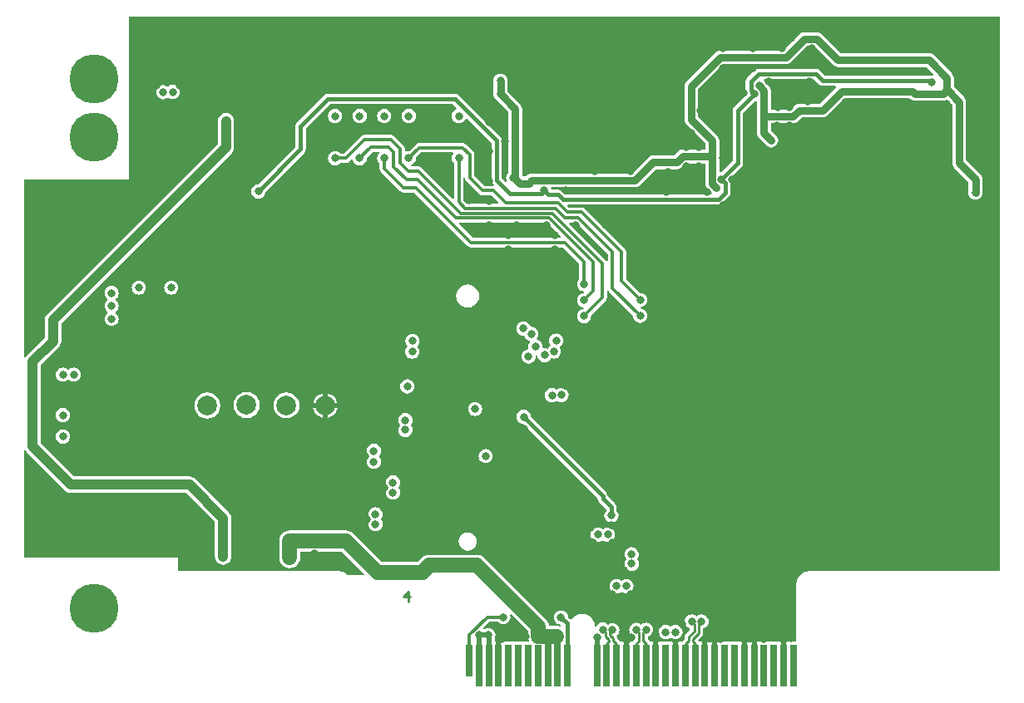
<source format=gbl>
G04*
G04 #@! TF.GenerationSoftware,Altium Limited,Altium Designer,18.1.6 (161)*
G04*
G04 Layer_Physical_Order=4*
G04 Layer_Color=16711680*
%FSLAX24Y24*%
%MOIN*%
G70*
G01*
G75*
%ADD10C,0.0098*%
%ADD18C,0.0394*%
%ADD121R,0.0276X0.1654*%
%ADD122R,0.0276X0.1260*%
%ADD124C,0.0295*%
%ADD125C,0.0126*%
%ADD126C,0.0591*%
%ADD127C,0.0157*%
%ADD129C,0.0209*%
%ADD130C,0.0102*%
%ADD133C,0.1969*%
%ADD134C,0.0551*%
%ADD135C,0.0472*%
%ADD136C,0.0787*%
%ADD137C,0.1772*%
%ADD138C,0.0315*%
%ADD142C,0.0600*%
%ADD143C,0.0276*%
G36*
X51033Y16979D02*
X43425D01*
Y16981D01*
X43284Y16962D01*
X43153Y16908D01*
X43040Y16822D01*
X42954Y16709D01*
X42900Y16578D01*
X42881Y16437D01*
X42883D01*
Y14142D01*
X42512D01*
Y14116D01*
X42480D01*
Y13189D01*
X42283D01*
Y14116D01*
X42252D01*
Y14142D01*
X41331D01*
Y14116D01*
X41299D01*
Y13189D01*
X41102D01*
Y14116D01*
X40905D01*
Y13189D01*
X40709D01*
Y14116D01*
X40677D01*
Y14142D01*
X39756D01*
Y14116D01*
X39724D01*
Y13189D01*
X39528D01*
Y14116D01*
X39331D01*
Y13189D01*
X39134D01*
Y14116D01*
X39102D01*
Y14142D01*
X39002D01*
X38966Y14195D01*
X38953Y14208D01*
X39109Y14365D01*
X39148Y14424D01*
X39162Y14493D01*
Y14684D01*
X39168Y14684D01*
X39237Y14713D01*
X39297Y14758D01*
X39342Y14818D01*
X39371Y14887D01*
X39380Y14961D01*
X39371Y15035D01*
X39342Y15104D01*
X39297Y15163D01*
X39237Y15208D01*
X39168Y15237D01*
X39094Y15247D01*
X39020Y15237D01*
X38952Y15208D01*
X38898Y15167D01*
X38844Y15208D01*
X38775Y15237D01*
X38701Y15247D01*
X38627Y15237D01*
X38558Y15208D01*
X38499Y15163D01*
X38453Y15104D01*
X38425Y15035D01*
X38415Y14961D01*
X38425Y14887D01*
X38453Y14818D01*
X38499Y14758D01*
X38558Y14713D01*
X38627Y14684D01*
X38627Y14684D01*
X38632Y14635D01*
X38465Y14468D01*
X38426Y14410D01*
X38412Y14341D01*
Y14268D01*
X38317Y14173D01*
X38296Y14142D01*
X38181D01*
Y14116D01*
X38150D01*
Y13189D01*
X37953D01*
Y14116D01*
X37921D01*
Y14142D01*
X37394D01*
Y14116D01*
X37362D01*
Y13189D01*
X37165D01*
Y14116D01*
X37134D01*
Y14142D01*
X37033D01*
X36998Y14195D01*
X36938Y14255D01*
Y14349D01*
X36944Y14350D01*
X37013Y14378D01*
X37072Y14424D01*
X37118Y14483D01*
X37146Y14552D01*
X37156Y14626D01*
X37146Y14700D01*
X37118Y14769D01*
X37072Y14828D01*
X37013Y14874D01*
X36944Y14902D01*
X36870Y14912D01*
X36796Y14902D01*
X36727Y14874D01*
X36673Y14832D01*
X36619Y14874D01*
X36550Y14902D01*
X36476Y14912D01*
X36402Y14902D01*
X36333Y14874D01*
X36274Y14828D01*
X36229Y14769D01*
X36200Y14700D01*
X36190Y14626D01*
X36200Y14552D01*
X36229Y14483D01*
X36274Y14424D01*
X36333Y14378D01*
X36402Y14350D01*
X36409Y14349D01*
Y14255D01*
X36349Y14195D01*
X36313Y14142D01*
X36213D01*
Y14116D01*
X36181D01*
Y13189D01*
X35984D01*
Y14116D01*
X35953D01*
Y14142D01*
X35852D01*
X35817Y14195D01*
X35732Y14280D01*
Y14292D01*
X35718Y14361D01*
X35697Y14393D01*
X35725Y14414D01*
X35770Y14473D01*
X35799Y14542D01*
X35809Y14616D01*
X35799Y14690D01*
X35770Y14759D01*
X35725Y14818D01*
X35666Y14864D01*
X35597Y14892D01*
X35523Y14902D01*
X35449Y14892D01*
X35380Y14864D01*
X35342Y14835D01*
X35340Y14838D01*
X35281Y14883D01*
X35212Y14912D01*
X35138Y14922D01*
X35064Y14912D01*
X34995Y14883D01*
X34936Y14838D01*
X34890Y14779D01*
X34883Y14762D01*
X34832Y14769D01*
X34817Y14880D01*
X34765Y15006D01*
X34682Y15115D01*
X34573Y15198D01*
X34447Y15250D01*
X34311Y15268D01*
X34175Y15250D01*
X34049Y15198D01*
X33940Y15115D01*
X33890Y15049D01*
X33828Y15050D01*
X33749Y15129D01*
X33741Y15192D01*
X33712Y15261D01*
X33667Y15320D01*
X33608Y15366D01*
X33539Y15394D01*
X33465Y15404D01*
X33391Y15394D01*
X33322Y15366D01*
X33262Y15320D01*
X33217Y15261D01*
X33188Y15192D01*
X33179Y15118D01*
X33188Y15044D01*
X33217Y14975D01*
X33262Y14916D01*
X33322Y14871D01*
X33391Y14842D01*
X33454Y14834D01*
X33461Y14827D01*
X33458Y14801D01*
X33405Y14769D01*
X33378Y14780D01*
X33268Y14795D01*
X32979D01*
X32969Y14864D01*
X32927Y14966D01*
X32859Y15054D01*
X30399Y17515D01*
X30311Y17582D01*
X30209Y17625D01*
X30099Y17639D01*
X28198D01*
X28088Y17625D01*
X27986Y17582D01*
X27898Y17515D01*
X27737Y17354D01*
X26288D01*
X25153Y18489D01*
X25065Y18557D01*
X24962Y18599D01*
X24852Y18614D01*
X22598D01*
X22488Y18599D01*
X22386Y18557D01*
X22298Y18489D01*
X22230Y18401D01*
X22188Y18299D01*
X22174Y18189D01*
Y17874D01*
Y17520D01*
X22188Y17410D01*
X22230Y17307D01*
X22298Y17219D01*
X22386Y17152D01*
X22488Y17109D01*
X22598Y17095D01*
X22708Y17109D01*
X22811Y17152D01*
X22899Y17219D01*
X22966Y17307D01*
X23009Y17410D01*
X23023Y17520D01*
Y17764D01*
X24676D01*
X25583Y16857D01*
X25564Y16811D01*
X24940D01*
X24932Y16822D01*
X24819Y16908D01*
X24688Y16962D01*
X24547Y16981D01*
Y16979D01*
X18157D01*
X18110Y16981D01*
X18110Y16981D01*
Y17520D01*
X11960Y17520D01*
Y21810D01*
X12010Y21820D01*
X12011Y21816D01*
X12063Y21748D01*
X13589Y20223D01*
X13656Y20171D01*
X13735Y20138D01*
X13819Y20127D01*
X18438D01*
X19596Y18969D01*
Y18406D01*
Y17992D01*
Y17559D01*
X19607Y17475D01*
X19639Y17396D01*
X19691Y17329D01*
X19758Y17277D01*
X19837Y17245D01*
X19921Y17233D01*
X20006Y17245D01*
X20084Y17277D01*
X20152Y17329D01*
X20203Y17396D01*
X20236Y17475D01*
X20247Y17559D01*
Y17992D01*
Y18406D01*
Y19104D01*
X20236Y19189D01*
X20203Y19267D01*
X20152Y19335D01*
X18803Y20683D01*
X18736Y20735D01*
X18657Y20767D01*
X18573Y20778D01*
X13954D01*
X12619Y22113D01*
Y25248D01*
X13340Y25970D01*
X13392Y26037D01*
X13425Y26116D01*
X13436Y26200D01*
Y26912D01*
X20270Y33746D01*
X20321Y33814D01*
X20354Y33892D01*
X20365Y33976D01*
Y34252D01*
Y34646D01*
Y35039D01*
X20354Y35124D01*
X20321Y35202D01*
X20270Y35270D01*
X20202Y35321D01*
X20124Y35354D01*
X20039Y35365D01*
X19955Y35354D01*
X19877Y35321D01*
X19809Y35270D01*
X19757Y35202D01*
X19725Y35124D01*
X19714Y35039D01*
Y34646D01*
Y34111D01*
X12880Y27277D01*
X12828Y27210D01*
X12796Y27132D01*
X12785Y27047D01*
Y26335D01*
X12063Y25613D01*
X12011Y25546D01*
X12010Y25542D01*
X11960Y25552D01*
Y32677D01*
X16142D01*
Y39222D01*
X51033D01*
Y16979D01*
D02*
G37*
G36*
X32134Y14578D02*
Y14370D01*
X32149Y14260D01*
X32177Y14192D01*
X32144Y14142D01*
X31094D01*
Y14116D01*
X31063D01*
Y13189D01*
X30866D01*
Y14116D01*
X30835D01*
Y14142D01*
X30806D01*
Y14283D01*
X30827Y14335D01*
X30837Y14409D01*
X30827Y14483D01*
X30799Y14552D01*
X30753Y14612D01*
X30694Y14657D01*
X30625Y14686D01*
X30551Y14695D01*
X30477Y14686D01*
X30408Y14657D01*
X30402Y14652D01*
X30360Y14662D01*
X30348Y14711D01*
X30582Y14945D01*
X30942D01*
X30949Y14936D01*
X31009Y14890D01*
X31078Y14862D01*
X31152Y14852D01*
X31226Y14862D01*
X31295Y14890D01*
X31354Y14936D01*
X31399Y14995D01*
X31428Y15064D01*
X31437Y15138D01*
X31428Y15212D01*
X31426Y15215D01*
X31469Y15243D01*
X32134Y14578D01*
D02*
G37*
%LPC*%
G36*
X17904Y36488D02*
X17830Y36478D01*
X17761Y36450D01*
X17705Y36406D01*
X17663Y36439D01*
X17594Y36467D01*
X17520Y36477D01*
X17446Y36467D01*
X17377Y36439D01*
X17318Y36393D01*
X17272Y36334D01*
X17244Y36265D01*
X17234Y36191D01*
X17244Y36117D01*
X17272Y36048D01*
X17318Y35989D01*
X17377Y35943D01*
X17446Y35915D01*
X17520Y35905D01*
X17594Y35915D01*
X17663Y35943D01*
X17719Y35987D01*
X17761Y35954D01*
X17830Y35926D01*
X17904Y35916D01*
X17978Y35926D01*
X18047Y35954D01*
X18106Y36000D01*
X18151Y36059D01*
X18180Y36128D01*
X18190Y36202D01*
X18180Y36276D01*
X18151Y36345D01*
X18106Y36404D01*
X18047Y36450D01*
X17978Y36478D01*
X17904Y36488D01*
D02*
G37*
G36*
X27362Y35522D02*
X27288Y35512D01*
X27219Y35484D01*
X27160Y35438D01*
X27115Y35379D01*
X27086Y35310D01*
X27076Y35236D01*
X27086Y35162D01*
X27115Y35093D01*
X27160Y35034D01*
X27219Y34989D01*
X27288Y34960D01*
X27362Y34950D01*
X27436Y34960D01*
X27505Y34989D01*
X27564Y35034D01*
X27610Y35093D01*
X27638Y35162D01*
X27648Y35236D01*
X27638Y35310D01*
X27610Y35379D01*
X27564Y35438D01*
X27505Y35484D01*
X27436Y35512D01*
X27362Y35522D01*
D02*
G37*
G36*
X26378D02*
X26304Y35512D01*
X26235Y35484D01*
X26176Y35438D01*
X26130Y35379D01*
X26102Y35310D01*
X26092Y35236D01*
X26102Y35162D01*
X26130Y35093D01*
X26176Y35034D01*
X26235Y34989D01*
X26304Y34960D01*
X26378Y34950D01*
X26452Y34960D01*
X26521Y34989D01*
X26580Y35034D01*
X26626Y35093D01*
X26654Y35162D01*
X26664Y35236D01*
X26654Y35310D01*
X26626Y35379D01*
X26580Y35438D01*
X26521Y35484D01*
X26452Y35512D01*
X26378Y35522D01*
D02*
G37*
G36*
X25394D02*
X25320Y35512D01*
X25251Y35484D01*
X25192Y35438D01*
X25146Y35379D01*
X25118Y35310D01*
X25108Y35236D01*
X25118Y35162D01*
X25146Y35093D01*
X25192Y35034D01*
X25251Y34989D01*
X25320Y34960D01*
X25394Y34950D01*
X25468Y34960D01*
X25537Y34989D01*
X25596Y35034D01*
X25641Y35093D01*
X25670Y35162D01*
X25680Y35236D01*
X25670Y35310D01*
X25641Y35379D01*
X25596Y35438D01*
X25537Y35484D01*
X25468Y35512D01*
X25394Y35522D01*
D02*
G37*
G36*
X24409D02*
X24335Y35512D01*
X24266Y35484D01*
X24207Y35438D01*
X24162Y35379D01*
X24133Y35310D01*
X24124Y35236D01*
X24133Y35162D01*
X24162Y35093D01*
X24207Y35034D01*
X24266Y34989D01*
X24335Y34960D01*
X24409Y34950D01*
X24483Y34960D01*
X24552Y34989D01*
X24612Y35034D01*
X24657Y35093D01*
X24686Y35162D01*
X24695Y35236D01*
X24686Y35310D01*
X24657Y35379D01*
X24612Y35438D01*
X24552Y35484D01*
X24483Y35512D01*
X24409Y35522D01*
D02*
G37*
G36*
X43720Y38593D02*
X43202D01*
X43131Y38584D01*
X43064Y38556D01*
X43007Y38512D01*
X42359Y37865D01*
X39843D01*
X39771Y37855D01*
X39705Y37828D01*
X39647Y37784D01*
X38493Y36630D01*
X38450Y36573D01*
X38422Y36506D01*
X38413Y36435D01*
Y35089D01*
X38422Y35017D01*
X38450Y34951D01*
X38493Y34893D01*
X38970Y34417D01*
X38970Y34417D01*
X39015Y34357D01*
X39075Y34312D01*
X39075Y34312D01*
X39249Y34138D01*
Y33888D01*
X38337D01*
X38265Y33879D01*
X38199Y33851D01*
X38141Y33807D01*
X37986Y33652D01*
X37150D01*
X37078Y33643D01*
X37012Y33615D01*
X36954Y33571D01*
X36317Y32933D01*
X32293D01*
X32222Y32924D01*
X32155Y32896D01*
X32098Y32853D01*
X32061Y32815D01*
X31935D01*
X31900Y32851D01*
Y35531D01*
X31891Y35603D01*
X31863Y35669D01*
X31819Y35727D01*
X31309Y36236D01*
Y36579D01*
X31310Y36580D01*
X31319Y36654D01*
X31310Y36728D01*
X31281Y36797D01*
X31236Y36856D01*
X31176Y36901D01*
X31107Y36930D01*
X31033Y36939D01*
X30959Y36930D01*
X30891Y36901D01*
X30831Y36856D01*
X30786Y36797D01*
X30757Y36728D01*
X30748Y36654D01*
X30757Y36580D01*
X30757Y36579D01*
Y36196D01*
X30757Y36196D01*
X30748Y36122D01*
X30757Y36048D01*
X30786Y35979D01*
X30831Y35920D01*
X30891Y35874D01*
X30891Y35874D01*
X31348Y35417D01*
Y32962D01*
X31343Y32958D01*
X31298Y32899D01*
X31269Y32830D01*
X31259Y32756D01*
X31269Y32682D01*
X31298Y32613D01*
X31256Y32589D01*
X31095Y32751D01*
Y34242D01*
X31079Y34322D01*
X31033Y34390D01*
X29348Y36075D01*
X29280Y36120D01*
X29200Y36136D01*
X24121D01*
X24041Y36120D01*
X23974Y36075D01*
X22884Y34985D01*
X22839Y34918D01*
X22823Y34838D01*
Y33996D01*
X21326Y32499D01*
X21265Y32491D01*
X21196Y32462D01*
X21136Y32417D01*
X21091Y32358D01*
X21062Y32289D01*
X21053Y32215D01*
X21062Y32141D01*
X21091Y32072D01*
X21136Y32012D01*
X21196Y31967D01*
X21265Y31938D01*
X21339Y31929D01*
X21413Y31938D01*
X21482Y31967D01*
X21541Y32012D01*
X21586Y32072D01*
X21615Y32141D01*
X21623Y32206D01*
X23179Y33762D01*
X23224Y33829D01*
X23240Y33909D01*
Y34751D01*
X24208Y35719D01*
X29114D01*
X29275Y35558D01*
X29263Y35499D01*
X29227Y35484D01*
X29168Y35438D01*
X29122Y35379D01*
X29094Y35310D01*
X29084Y35236D01*
X29094Y35162D01*
X29122Y35093D01*
X29168Y35034D01*
X29227Y34989D01*
X29296Y34960D01*
X29370Y34950D01*
X29444Y34960D01*
X29513Y34989D01*
X29572Y35034D01*
X29618Y35093D01*
X29633Y35129D01*
X29692Y35141D01*
X30677Y34156D01*
Y32664D01*
X30693Y32584D01*
X30738Y32517D01*
X30770Y32485D01*
X30760Y32453D01*
X30747Y32437D01*
X30405D01*
X29996Y32846D01*
Y33683D01*
X29981Y33756D01*
X29939Y33819D01*
X29655Y34103D01*
X29593Y34145D01*
X29519Y34159D01*
X27785D01*
X27712Y34145D01*
X27649Y34103D01*
X27374Y33828D01*
X27362Y33829D01*
X27288Y33819D01*
X27260Y33808D01*
X27209Y33841D01*
Y33918D01*
X27195Y33992D01*
X27153Y34054D01*
X26787Y34420D01*
X26725Y34462D01*
X26651Y34477D01*
X25579D01*
X25506Y34462D01*
X25443Y34420D01*
X24759Y33736D01*
X24619D01*
X24612Y33745D01*
X24552Y33791D01*
X24483Y33819D01*
X24409Y33829D01*
X24335Y33819D01*
X24266Y33791D01*
X24207Y33745D01*
X24162Y33686D01*
X24133Y33617D01*
X24124Y33543D01*
X24133Y33469D01*
X24162Y33400D01*
X24207Y33341D01*
X24266Y33296D01*
X24335Y33267D01*
X24409Y33257D01*
X24483Y33267D01*
X24552Y33296D01*
X24612Y33341D01*
X24619Y33351D01*
X24839D01*
X24912Y33365D01*
X24975Y33407D01*
X25068Y33500D01*
X25116Y33484D01*
X25118Y33469D01*
X25146Y33400D01*
X25192Y33341D01*
X25251Y33296D01*
X25320Y33267D01*
X25394Y33257D01*
X25468Y33267D01*
X25537Y33296D01*
X25596Y33341D01*
X25641Y33400D01*
X25670Y33469D01*
X25680Y33543D01*
X25678Y33555D01*
X25926Y33803D01*
X26169D01*
X26186Y33753D01*
X26176Y33745D01*
X26130Y33686D01*
X26102Y33617D01*
X26092Y33543D01*
X26102Y33469D01*
X26130Y33400D01*
X26176Y33341D01*
X26185Y33334D01*
Y33140D01*
X26200Y33066D01*
X26242Y33004D01*
X27029Y32216D01*
X27092Y32174D01*
X27165Y32160D01*
X27578D01*
X29712Y30025D01*
X29775Y29983D01*
X29848Y29969D01*
X33538D01*
X34197Y29310D01*
Y28694D01*
X34188Y28686D01*
X34142Y28627D01*
X34114Y28558D01*
X34104Y28484D01*
X34114Y28410D01*
X34142Y28341D01*
X34188Y28282D01*
X34247Y28237D01*
X34316Y28208D01*
X34373Y28201D01*
X34394Y28171D01*
X34398Y28149D01*
X34382Y28129D01*
X34316Y28121D01*
X34247Y28092D01*
X34188Y28047D01*
X34142Y27987D01*
X34114Y27918D01*
X34104Y27844D01*
X34114Y27770D01*
X34142Y27702D01*
X34188Y27642D01*
X34247Y27597D01*
X34316Y27568D01*
X34349Y27564D01*
X34374Y27510D01*
X34365Y27497D01*
X34316Y27491D01*
X34247Y27462D01*
X34188Y27417D01*
X34142Y27358D01*
X34114Y27289D01*
X34104Y27215D01*
X34114Y27141D01*
X34142Y27072D01*
X34188Y27012D01*
X34247Y26967D01*
X34316Y26938D01*
X34390Y26929D01*
X34464Y26938D01*
X34533Y26967D01*
X34592Y27012D01*
X34637Y27072D01*
X34666Y27141D01*
X34676Y27215D01*
X34674Y27226D01*
X35254Y27807D01*
X35296Y27869D01*
X35311Y27943D01*
Y28231D01*
X35361Y28242D01*
X35395Y28191D01*
X36350Y27236D01*
X36348Y27224D01*
X36358Y27150D01*
X36386Y27081D01*
X36432Y27022D01*
X36491Y26977D01*
X36560Y26948D01*
X36634Y26939D01*
X36708Y26948D01*
X36777Y26977D01*
X36836Y27022D01*
X36881Y27081D01*
X36910Y27150D01*
X36920Y27224D01*
X36910Y27298D01*
X36881Y27367D01*
X36836Y27427D01*
X36777Y27472D01*
X36708Y27501D01*
X36658Y27507D01*
X36650Y27520D01*
X36675Y27574D01*
X36708Y27578D01*
X36777Y27607D01*
X36836Y27652D01*
X36881Y27711D01*
X36910Y27780D01*
X36920Y27854D01*
X36910Y27928D01*
X36881Y27997D01*
X36836Y28056D01*
X36777Y28102D01*
X36708Y28131D01*
X36634Y28140D01*
X36622Y28139D01*
X36069Y28692D01*
Y29783D01*
X36054Y29857D01*
X36012Y29920D01*
X34418Y31514D01*
X34355Y31556D01*
X34281Y31571D01*
X33790D01*
X33726Y31635D01*
X33745Y31681D01*
X39779D01*
X39859Y31697D01*
X39927Y31742D01*
X40197Y32012D01*
X40242Y32080D01*
X40258Y32160D01*
Y32542D01*
X40242Y32622D01*
X40197Y32689D01*
X40188Y32698D01*
X40689Y33199D01*
X40734Y33266D01*
X40750Y33346D01*
Y35367D01*
X41220Y35837D01*
X41269Y35843D01*
X41319Y35812D01*
Y35217D01*
Y34550D01*
X41328Y34478D01*
X41355Y34412D01*
X41399Y34354D01*
X41637Y34117D01*
X41637Y34116D01*
X41683Y34057D01*
X41742Y34012D01*
X41811Y33983D01*
X41885Y33973D01*
X41959Y33983D01*
X42028Y34012D01*
X42087Y34057D01*
X42132Y34116D01*
X42161Y34185D01*
X42171Y34259D01*
X42161Y34333D01*
X42132Y34402D01*
X42087Y34461D01*
X42028Y34507D01*
X42027Y34507D01*
X41870Y34664D01*
Y34941D01*
X42766D01*
X42837Y34950D01*
X42904Y34978D01*
X42961Y35021D01*
X43126Y35187D01*
X43942D01*
X44013Y35196D01*
X44080Y35224D01*
X44137Y35267D01*
X44824Y35954D01*
X47425D01*
X47457Y35922D01*
X47514Y35878D01*
X47581Y35851D01*
X47652Y35841D01*
X48779D01*
X48850Y35851D01*
X48917Y35878D01*
X48937Y35894D01*
X49143Y35687D01*
Y33346D01*
X49153Y33275D01*
X49180Y33208D01*
X49224Y33151D01*
X49793Y32583D01*
Y32240D01*
X49793Y32239D01*
X49783Y32165D01*
X49793Y32091D01*
X49821Y32022D01*
X49867Y31963D01*
X49926Y31918D01*
X49995Y31889D01*
X50069Y31879D01*
X50143Y31889D01*
X50212Y31918D01*
X50271Y31963D01*
X50317Y32022D01*
X50345Y32091D01*
X50355Y32165D01*
X50345Y32239D01*
X50345Y32240D01*
Y32622D01*
X50345Y32623D01*
X50355Y32697D01*
X50345Y32771D01*
X50317Y32840D01*
X50271Y32899D01*
X50212Y32944D01*
X50211Y32945D01*
X49695Y33461D01*
Y35801D01*
X49686Y35873D01*
X49658Y35939D01*
X49614Y35996D01*
X49203Y36408D01*
Y36762D01*
X49194Y36833D01*
X49166Y36900D01*
X49122Y36957D01*
X48404Y37675D01*
X48347Y37719D01*
X48280Y37747D01*
X48209Y37756D01*
X44671D01*
X43916Y38512D01*
X43858Y38556D01*
X43792Y38584D01*
X43720Y38593D01*
D02*
G37*
G36*
X17844Y28637D02*
X17770Y28627D01*
X17702Y28599D01*
X17642Y28553D01*
X17597Y28494D01*
X17568Y28425D01*
X17559Y28351D01*
X17568Y28277D01*
X17597Y28208D01*
X17642Y28149D01*
X17702Y28104D01*
X17770Y28075D01*
X17844Y28065D01*
X17918Y28075D01*
X17987Y28104D01*
X18047Y28149D01*
X18092Y28208D01*
X18121Y28277D01*
X18130Y28351D01*
X18121Y28425D01*
X18092Y28494D01*
X18047Y28553D01*
X17987Y28599D01*
X17918Y28627D01*
X17844Y28637D01*
D02*
G37*
G36*
X16545D02*
X16471Y28627D01*
X16402Y28599D01*
X16343Y28553D01*
X16298Y28494D01*
X16269Y28425D01*
X16259Y28351D01*
X16269Y28277D01*
X16298Y28208D01*
X16343Y28149D01*
X16402Y28104D01*
X16471Y28075D01*
X16545Y28065D01*
X16619Y28075D01*
X16688Y28104D01*
X16747Y28149D01*
X16793Y28208D01*
X16821Y28277D01*
X16831Y28351D01*
X16821Y28425D01*
X16793Y28494D01*
X16747Y28553D01*
X16688Y28599D01*
X16619Y28627D01*
X16545Y28637D01*
D02*
G37*
G36*
X29724Y28476D02*
X29604Y28461D01*
X29492Y28414D01*
X29396Y28340D01*
X29322Y28244D01*
X29276Y28132D01*
X29260Y28012D01*
X29276Y27892D01*
X29322Y27780D01*
X29396Y27683D01*
X29492Y27609D01*
X29604Y27563D01*
X29724Y27547D01*
X29845Y27563D01*
X29957Y27609D01*
X30053Y27683D01*
X30127Y27780D01*
X30173Y27892D01*
X30189Y28012D01*
X30173Y28132D01*
X30127Y28244D01*
X30053Y28340D01*
X29957Y28414D01*
X29845Y28461D01*
X29724Y28476D01*
D02*
G37*
G36*
X15453Y28426D02*
X15379Y28416D01*
X15310Y28387D01*
X15251Y28342D01*
X15205Y28283D01*
X15177Y28214D01*
X15167Y28140D01*
X15177Y28066D01*
X15205Y27997D01*
X15251Y27938D01*
X15288Y27909D01*
X15289Y27906D01*
Y27851D01*
X15288Y27849D01*
X15251Y27820D01*
X15205Y27761D01*
X15177Y27692D01*
X15167Y27618D01*
X15177Y27544D01*
X15205Y27475D01*
X15251Y27416D01*
X15288Y27387D01*
X15289Y27385D01*
Y27330D01*
X15288Y27327D01*
X15251Y27299D01*
X15205Y27239D01*
X15177Y27170D01*
X15167Y27096D01*
X15177Y27022D01*
X15205Y26953D01*
X15251Y26894D01*
X15310Y26849D01*
X15379Y26820D01*
X15453Y26811D01*
X15527Y26820D01*
X15596Y26849D01*
X15655Y26894D01*
X15700Y26953D01*
X15729Y27022D01*
X15739Y27096D01*
X15729Y27170D01*
X15700Y27239D01*
X15655Y27299D01*
X15618Y27327D01*
X15616Y27330D01*
Y27385D01*
X15618Y27387D01*
X15655Y27416D01*
X15700Y27475D01*
X15729Y27544D01*
X15739Y27618D01*
X15729Y27692D01*
X15700Y27761D01*
X15655Y27820D01*
X15618Y27849D01*
X15616Y27851D01*
Y27906D01*
X15618Y27909D01*
X15655Y27938D01*
X15700Y27997D01*
X15729Y28066D01*
X15739Y28140D01*
X15729Y28214D01*
X15700Y28283D01*
X15655Y28342D01*
X15596Y28387D01*
X15527Y28416D01*
X15453Y28426D01*
D02*
G37*
G36*
X31959Y26999D02*
X31885Y26989D01*
X31816Y26960D01*
X31756Y26915D01*
X31711Y26856D01*
X31682Y26787D01*
X31673Y26713D01*
X31682Y26639D01*
X31711Y26570D01*
X31756Y26510D01*
X31816Y26465D01*
X31885Y26436D01*
X31959Y26427D01*
X31997Y26432D01*
X31998Y26423D01*
X32027Y26354D01*
X32072Y26295D01*
X32132Y26249D01*
X32201Y26221D01*
X32205Y26220D01*
X32224Y26167D01*
X32193Y26127D01*
X32165Y26058D01*
X32155Y25984D01*
X32163Y25924D01*
X32164Y25909D01*
X32127Y25871D01*
X32091Y25867D01*
X32022Y25838D01*
X31963Y25793D01*
X31918Y25734D01*
X31889Y25665D01*
X31879Y25591D01*
X31889Y25517D01*
X31918Y25448D01*
X31963Y25388D01*
X32022Y25343D01*
X32091Y25314D01*
X32165Y25305D01*
X32239Y25314D01*
X32308Y25343D01*
X32368Y25388D01*
X32413Y25448D01*
X32442Y25517D01*
X32451Y25591D01*
X32446Y25629D01*
X32477Y25670D01*
X32482Y25673D01*
X32519Y25646D01*
X32529Y25572D01*
X32558Y25503D01*
X32603Y25443D01*
X32662Y25398D01*
X32731Y25370D01*
X32805Y25360D01*
X32879Y25370D01*
X32948Y25398D01*
X33007Y25443D01*
X33053Y25503D01*
X33064Y25529D01*
X33106Y25512D01*
X33180Y25502D01*
X33254Y25512D01*
X33323Y25540D01*
X33382Y25586D01*
X33428Y25645D01*
X33456Y25714D01*
X33466Y25788D01*
X33456Y25862D01*
X33428Y25931D01*
X33405Y25961D01*
X33411Y25983D01*
X33470Y26028D01*
X33515Y26087D01*
X33544Y26156D01*
X33554Y26230D01*
X33544Y26304D01*
X33515Y26373D01*
X33470Y26432D01*
X33411Y26478D01*
X33342Y26506D01*
X33268Y26516D01*
X33194Y26506D01*
X33125Y26478D01*
X33066Y26432D01*
X33020Y26373D01*
X32992Y26304D01*
X32982Y26230D01*
X32992Y26156D01*
X33020Y26087D01*
X33043Y26057D01*
X33037Y26036D01*
X32978Y25990D01*
X32933Y25931D01*
X32921Y25904D01*
X32879Y25922D01*
X32805Y25932D01*
X32770Y25927D01*
X32725Y25971D01*
X32727Y25984D01*
X32717Y26058D01*
X32689Y26127D01*
X32643Y26186D01*
X32584Y26232D01*
X32515Y26260D01*
X32511Y26261D01*
X32492Y26314D01*
X32522Y26354D01*
X32551Y26423D01*
X32561Y26497D01*
X32551Y26571D01*
X32522Y26640D01*
X32477Y26699D01*
X32418Y26744D01*
X32349Y26773D01*
X32275Y26783D01*
X32236Y26778D01*
X32235Y26787D01*
X32206Y26856D01*
X32161Y26915D01*
X32102Y26960D01*
X32033Y26989D01*
X31959Y26999D01*
D02*
G37*
G36*
X27511Y26497D02*
X27437Y26488D01*
X27368Y26459D01*
X27308Y26414D01*
X27263Y26354D01*
X27234Y26285D01*
X27225Y26211D01*
X27234Y26137D01*
X27263Y26068D01*
X27308Y26009D01*
X27281Y25967D01*
X27253Y25931D01*
X27225Y25862D01*
X27215Y25788D01*
X27225Y25714D01*
X27253Y25645D01*
X27299Y25586D01*
X27358Y25540D01*
X27427Y25512D01*
X27501Y25502D01*
X27575Y25512D01*
X27644Y25540D01*
X27703Y25586D01*
X27748Y25645D01*
X27777Y25714D01*
X27787Y25788D01*
X27777Y25862D01*
X27748Y25931D01*
X27726Y25960D01*
X27713Y26009D01*
X27758Y26068D01*
X27787Y26137D01*
X27797Y26211D01*
X27787Y26285D01*
X27758Y26354D01*
X27713Y26414D01*
X27654Y26459D01*
X27585Y26488D01*
X27511Y26497D01*
D02*
G37*
G36*
X13937Y25148D02*
X13863Y25138D01*
X13794Y25110D01*
X13756Y25081D01*
X13720Y25069D01*
X13685Y25081D01*
X13647Y25110D01*
X13578Y25138D01*
X13504Y25148D01*
X13430Y25138D01*
X13361Y25110D01*
X13302Y25064D01*
X13256Y25005D01*
X13228Y24936D01*
X13218Y24862D01*
X13228Y24788D01*
X13256Y24719D01*
X13302Y24660D01*
X13361Y24615D01*
X13430Y24586D01*
X13504Y24576D01*
X13578Y24586D01*
X13647Y24615D01*
X13685Y24643D01*
X13720Y24655D01*
X13756Y24643D01*
X13794Y24615D01*
X13863Y24586D01*
X13937Y24576D01*
X14011Y24586D01*
X14080Y24615D01*
X14139Y24660D01*
X14185Y24719D01*
X14213Y24788D01*
X14223Y24862D01*
X14213Y24936D01*
X14185Y25005D01*
X14139Y25064D01*
X14080Y25110D01*
X14011Y25138D01*
X13937Y25148D01*
D02*
G37*
G36*
X33484Y24331D02*
X33410Y24321D01*
X33341Y24293D01*
X33287Y24251D01*
X33244Y24284D01*
X33175Y24312D01*
X33101Y24322D01*
X33027Y24312D01*
X32958Y24284D01*
X32899Y24238D01*
X32854Y24179D01*
X32825Y24110D01*
X32816Y24036D01*
X32825Y23962D01*
X32854Y23893D01*
X32899Y23834D01*
X32958Y23788D01*
X33027Y23760D01*
X33101Y23750D01*
X33175Y23760D01*
X33244Y23788D01*
X33299Y23830D01*
X33341Y23798D01*
X33410Y23769D01*
X33484Y23759D01*
X33558Y23769D01*
X33627Y23798D01*
X33686Y23843D01*
X33732Y23902D01*
X33760Y23971D01*
X33770Y24045D01*
X33760Y24119D01*
X33732Y24188D01*
X33686Y24247D01*
X33627Y24293D01*
X33558Y24321D01*
X33484Y24331D01*
D02*
G37*
G36*
X27303Y24676D02*
X27229Y24666D01*
X27160Y24637D01*
X27101Y24592D01*
X27056Y24533D01*
X27027Y24464D01*
X27017Y24390D01*
X27027Y24316D01*
X27056Y24247D01*
X27101Y24188D01*
X27160Y24142D01*
X27229Y24114D01*
X27303Y24104D01*
X27377Y24114D01*
X27446Y24142D01*
X27505Y24188D01*
X27551Y24247D01*
X27579Y24316D01*
X27589Y24390D01*
X27579Y24464D01*
X27551Y24533D01*
X27505Y24592D01*
X27446Y24637D01*
X27377Y24666D01*
X27303Y24676D01*
D02*
G37*
G36*
X24114Y24107D02*
Y23720D01*
X24501D01*
X24497Y23751D01*
X24447Y23871D01*
X24368Y23974D01*
X24265Y24053D01*
X24145Y24103D01*
X24114Y24107D01*
D02*
G37*
G36*
X23917D02*
X23887Y24103D01*
X23767Y24053D01*
X23664Y23974D01*
X23584Y23871D01*
X23535Y23751D01*
X23531Y23720D01*
X23917D01*
Y24107D01*
D02*
G37*
G36*
X30020Y23770D02*
X29946Y23760D01*
X29877Y23732D01*
X29818Y23686D01*
X29772Y23627D01*
X29744Y23558D01*
X29734Y23484D01*
X29744Y23410D01*
X29772Y23341D01*
X29818Y23282D01*
X29877Y23237D01*
X29946Y23208D01*
X30020Y23198D01*
X30094Y23208D01*
X30163Y23237D01*
X30222Y23282D01*
X30267Y23341D01*
X30296Y23410D01*
X30306Y23484D01*
X30296Y23558D01*
X30267Y23627D01*
X30222Y23686D01*
X30163Y23732D01*
X30094Y23760D01*
X30020Y23770D01*
D02*
G37*
G36*
X24501Y23524D02*
X24114D01*
Y23137D01*
X24145Y23141D01*
X24265Y23191D01*
X24368Y23270D01*
X24447Y23373D01*
X24497Y23493D01*
X24501Y23524D01*
D02*
G37*
G36*
X23917D02*
X23531D01*
X23535Y23493D01*
X23584Y23373D01*
X23664Y23270D01*
X23767Y23191D01*
X23887Y23141D01*
X23917Y23137D01*
Y23524D01*
D02*
G37*
G36*
X20866Y24166D02*
X20730Y24148D01*
X20604Y24096D01*
X20496Y24012D01*
X20412Y23904D01*
X20360Y23777D01*
X20342Y23642D01*
X20360Y23506D01*
X20412Y23380D01*
X20496Y23271D01*
X20604Y23188D01*
X20730Y23135D01*
X20866Y23118D01*
X21002Y23135D01*
X21128Y23188D01*
X21237Y23271D01*
X21320Y23380D01*
X21372Y23506D01*
X21390Y23642D01*
X21372Y23777D01*
X21320Y23904D01*
X21237Y24012D01*
X21128Y24096D01*
X21002Y24148D01*
X20866Y24166D01*
D02*
G37*
G36*
X22461Y24156D02*
X22325Y24138D01*
X22199Y24086D01*
X22090Y24003D01*
X22007Y23894D01*
X21954Y23768D01*
X21936Y23632D01*
X21954Y23496D01*
X22007Y23370D01*
X22090Y23261D01*
X22199Y23178D01*
X22325Y23126D01*
X22461Y23108D01*
X22596Y23126D01*
X22723Y23178D01*
X22831Y23261D01*
X22915Y23370D01*
X22967Y23496D01*
X22985Y23632D01*
X22967Y23768D01*
X22915Y23894D01*
X22831Y24003D01*
X22723Y24086D01*
X22596Y24138D01*
X22461Y24156D01*
D02*
G37*
G36*
X19291Y24146D02*
X19156Y24128D01*
X19029Y24076D01*
X18921Y23993D01*
X18837Y23884D01*
X18785Y23758D01*
X18767Y23622D01*
X18785Y23486D01*
X18837Y23360D01*
X18921Y23251D01*
X19029Y23168D01*
X19156Y23116D01*
X19291Y23098D01*
X19427Y23116D01*
X19553Y23168D01*
X19662Y23251D01*
X19745Y23360D01*
X19798Y23486D01*
X19816Y23622D01*
X19798Y23758D01*
X19745Y23884D01*
X19662Y23993D01*
X19553Y24076D01*
X19427Y24128D01*
X19291Y24146D01*
D02*
G37*
G36*
X13504Y23524D02*
X13430Y23514D01*
X13361Y23486D01*
X13302Y23440D01*
X13256Y23381D01*
X13228Y23312D01*
X13218Y23238D01*
X13228Y23164D01*
X13256Y23095D01*
X13302Y23036D01*
X13361Y22991D01*
X13430Y22962D01*
X13504Y22952D01*
X13578Y22962D01*
X13647Y22991D01*
X13706Y23036D01*
X13752Y23095D01*
X13780Y23164D01*
X13790Y23238D01*
X13780Y23312D01*
X13752Y23381D01*
X13706Y23440D01*
X13647Y23486D01*
X13578Y23514D01*
X13504Y23524D01*
D02*
G37*
G36*
X27224Y23317D02*
X27150Y23308D01*
X27081Y23279D01*
X27022Y23234D01*
X26977Y23174D01*
X26948Y23105D01*
X26939Y23031D01*
X26948Y22957D01*
X26977Y22889D01*
X27014Y22840D01*
X26977Y22791D01*
X26948Y22722D01*
X26939Y22648D01*
X26948Y22574D01*
X26977Y22505D01*
X27022Y22445D01*
X27081Y22400D01*
X27150Y22371D01*
X27224Y22362D01*
X27298Y22371D01*
X27367Y22400D01*
X27427Y22445D01*
X27472Y22505D01*
X27501Y22574D01*
X27510Y22648D01*
X27501Y22722D01*
X27472Y22791D01*
X27434Y22840D01*
X27472Y22889D01*
X27501Y22957D01*
X27510Y23031D01*
X27501Y23105D01*
X27472Y23174D01*
X27427Y23234D01*
X27367Y23279D01*
X27298Y23308D01*
X27224Y23317D01*
D02*
G37*
G36*
X13504Y22668D02*
X13430Y22658D01*
X13361Y22629D01*
X13302Y22584D01*
X13256Y22525D01*
X13228Y22456D01*
X13218Y22382D01*
X13228Y22308D01*
X13256Y22239D01*
X13302Y22180D01*
X13361Y22134D01*
X13430Y22106D01*
X13504Y22096D01*
X13578Y22106D01*
X13647Y22134D01*
X13706Y22180D01*
X13752Y22239D01*
X13780Y22308D01*
X13790Y22382D01*
X13780Y22456D01*
X13752Y22525D01*
X13706Y22584D01*
X13647Y22629D01*
X13578Y22658D01*
X13504Y22668D01*
D02*
G37*
G36*
X30443Y21880D02*
X30369Y21871D01*
X30300Y21842D01*
X30241Y21797D01*
X30195Y21737D01*
X30167Y21668D01*
X30157Y21594D01*
X30167Y21520D01*
X30195Y21452D01*
X30241Y21392D01*
X30300Y21347D01*
X30369Y21318D01*
X30443Y21309D01*
X30517Y21318D01*
X30586Y21347D01*
X30645Y21392D01*
X30691Y21452D01*
X30719Y21520D01*
X30729Y21594D01*
X30719Y21668D01*
X30691Y21737D01*
X30645Y21797D01*
X30586Y21842D01*
X30517Y21871D01*
X30443Y21880D01*
D02*
G37*
G36*
X25965Y22087D02*
X25891Y22077D01*
X25822Y22049D01*
X25762Y22003D01*
X25717Y21944D01*
X25688Y21875D01*
X25679Y21801D01*
X25688Y21727D01*
X25717Y21658D01*
X25762Y21599D01*
Y21570D01*
X25717Y21511D01*
X25688Y21442D01*
X25679Y21368D01*
X25688Y21294D01*
X25717Y21225D01*
X25762Y21166D01*
X25822Y21121D01*
X25891Y21092D01*
X25965Y21082D01*
X26039Y21092D01*
X26108Y21121D01*
X26167Y21166D01*
X26212Y21225D01*
X26241Y21294D01*
X26250Y21368D01*
X26241Y21442D01*
X26212Y21511D01*
X26167Y21570D01*
Y21599D01*
X26212Y21658D01*
X26241Y21727D01*
X26250Y21801D01*
X26241Y21875D01*
X26212Y21944D01*
X26167Y22003D01*
X26108Y22049D01*
X26039Y22077D01*
X25965Y22087D01*
D02*
G37*
G36*
X26732Y20817D02*
X26658Y20808D01*
X26589Y20779D01*
X26530Y20734D01*
X26485Y20674D01*
X26456Y20605D01*
X26446Y20531D01*
X26456Y20457D01*
X26485Y20389D01*
X26526Y20335D01*
X26485Y20281D01*
X26456Y20212D01*
X26446Y20138D01*
X26456Y20064D01*
X26485Y19995D01*
X26530Y19936D01*
X26589Y19890D01*
X26658Y19862D01*
X26732Y19852D01*
X26806Y19862D01*
X26875Y19890D01*
X26934Y19936D01*
X26980Y19995D01*
X27008Y20064D01*
X27018Y20138D01*
X27008Y20212D01*
X26980Y20281D01*
X26939Y20335D01*
X26980Y20389D01*
X27008Y20457D01*
X27018Y20531D01*
X27008Y20605D01*
X26980Y20674D01*
X26934Y20734D01*
X26875Y20779D01*
X26806Y20808D01*
X26732Y20817D01*
D02*
G37*
G36*
X31969Y23455D02*
X31895Y23445D01*
X31826Y23417D01*
X31766Y23371D01*
X31721Y23312D01*
X31692Y23243D01*
X31683Y23169D01*
X31692Y23095D01*
X31721Y23026D01*
X31766Y22967D01*
X31826Y22922D01*
X31895Y22893D01*
X31958Y22885D01*
X34926Y19917D01*
Y19905D01*
X34942Y19825D01*
X34987Y19757D01*
X35274Y19471D01*
Y19406D01*
X35235Y19356D01*
X35206Y19287D01*
X35196Y19213D01*
X35206Y19139D01*
X35235Y19070D01*
X35280Y19010D01*
X35339Y18965D01*
X35408Y18936D01*
X35482Y18927D01*
X35556Y18936D01*
X35625Y18965D01*
X35684Y19010D01*
X35730Y19070D01*
X35758Y19139D01*
X35768Y19213D01*
X35758Y19287D01*
X35730Y19356D01*
X35691Y19406D01*
Y19557D01*
X35675Y19637D01*
X35630Y19705D01*
X35344Y19991D01*
Y20003D01*
X35328Y20083D01*
X35282Y20151D01*
X32253Y23180D01*
X32245Y23243D01*
X32216Y23312D01*
X32171Y23371D01*
X32111Y23417D01*
X32043Y23445D01*
X31969Y23455D01*
D02*
G37*
G36*
X35335Y18731D02*
X35261Y18721D01*
X35192Y18692D01*
X35138Y18651D01*
X35084Y18692D01*
X35015Y18721D01*
X34941Y18731D01*
X34867Y18721D01*
X34798Y18692D01*
X34739Y18647D01*
X34693Y18588D01*
X34665Y18519D01*
X34655Y18445D01*
X34665Y18371D01*
X34693Y18302D01*
X34739Y18243D01*
X34798Y18197D01*
X34867Y18169D01*
X34941Y18159D01*
X35015Y18169D01*
X35084Y18197D01*
X35138Y18239D01*
X35192Y18197D01*
X35261Y18169D01*
X35335Y18159D01*
X35409Y18169D01*
X35478Y18197D01*
X35537Y18243D01*
X35582Y18302D01*
X35611Y18371D01*
X35621Y18445D01*
X35611Y18519D01*
X35582Y18588D01*
X35537Y18647D01*
X35478Y18692D01*
X35409Y18721D01*
X35335Y18731D01*
D02*
G37*
G36*
X26024Y19548D02*
X25950Y19538D01*
X25881Y19509D01*
X25821Y19464D01*
X25776Y19405D01*
X25747Y19336D01*
X25738Y19262D01*
X25747Y19188D01*
X25776Y19119D01*
X25817Y19065D01*
X25776Y19011D01*
X25747Y18942D01*
X25738Y18868D01*
X25747Y18794D01*
X25776Y18725D01*
X25821Y18666D01*
X25881Y18621D01*
X25950Y18592D01*
X26024Y18582D01*
X26098Y18592D01*
X26167Y18621D01*
X26226Y18666D01*
X26271Y18725D01*
X26300Y18794D01*
X26310Y18868D01*
X26300Y18942D01*
X26271Y19011D01*
X26230Y19065D01*
X26271Y19119D01*
X26300Y19188D01*
X26310Y19262D01*
X26300Y19336D01*
X26271Y19405D01*
X26226Y19464D01*
X26167Y19509D01*
X26098Y19538D01*
X26024Y19548D01*
D02*
G37*
G36*
X29724Y18535D02*
X29630Y18522D01*
X29542Y18486D01*
X29466Y18428D01*
X29408Y18352D01*
X29372Y18264D01*
X29359Y18169D01*
X29372Y18075D01*
X29408Y17987D01*
X29466Y17911D01*
X29542Y17853D01*
X29630Y17816D01*
X29724Y17804D01*
X29819Y17816D01*
X29907Y17853D01*
X29983Y17911D01*
X30041Y17987D01*
X30077Y18075D01*
X30090Y18169D01*
X30077Y18264D01*
X30041Y18352D01*
X29983Y18428D01*
X29907Y18486D01*
X29819Y18522D01*
X29724Y18535D01*
D02*
G37*
G36*
X36299Y17943D02*
X36225Y17934D01*
X36156Y17905D01*
X36097Y17860D01*
X36052Y17800D01*
X36023Y17731D01*
X36013Y17657D01*
X36023Y17583D01*
X36052Y17515D01*
X36089Y17466D01*
X36052Y17417D01*
X36023Y17348D01*
X36013Y17274D01*
X36023Y17200D01*
X36052Y17131D01*
X36097Y17071D01*
X36156Y17026D01*
X36225Y16997D01*
X36299Y16988D01*
X36373Y16997D01*
X36442Y17026D01*
X36501Y17071D01*
X36547Y17131D01*
X36575Y17200D01*
X36585Y17274D01*
X36575Y17348D01*
X36547Y17417D01*
X36509Y17466D01*
X36547Y17515D01*
X36575Y17583D01*
X36585Y17657D01*
X36575Y17731D01*
X36547Y17800D01*
X36501Y17860D01*
X36442Y17905D01*
X36373Y17934D01*
X36299Y17943D01*
D02*
G37*
G36*
X36083Y16664D02*
X36009Y16654D01*
X35940Y16626D01*
X35891Y16588D01*
X35842Y16626D01*
X35773Y16654D01*
X35699Y16664D01*
X35625Y16654D01*
X35556Y16626D01*
X35497Y16580D01*
X35451Y16521D01*
X35423Y16452D01*
X35413Y16378D01*
X35423Y16304D01*
X35451Y16235D01*
X35497Y16176D01*
X35556Y16130D01*
X35625Y16102D01*
X35699Y16092D01*
X35773Y16102D01*
X35842Y16130D01*
X35891Y16168D01*
X35940Y16130D01*
X36009Y16102D01*
X36083Y16092D01*
X36157Y16102D01*
X36226Y16130D01*
X36285Y16176D01*
X36330Y16235D01*
X36359Y16304D01*
X36369Y16378D01*
X36359Y16452D01*
X36330Y16521D01*
X36285Y16580D01*
X36226Y16626D01*
X36157Y16654D01*
X36083Y16664D01*
D02*
G37*
G36*
X38051Y14823D02*
X37977Y14814D01*
X37908Y14785D01*
X37854Y14744D01*
X37800Y14785D01*
X37731Y14814D01*
X37657Y14823D01*
X37583Y14814D01*
X37515Y14785D01*
X37455Y14740D01*
X37410Y14680D01*
X37381Y14611D01*
X37372Y14537D01*
X37381Y14463D01*
X37410Y14394D01*
X37455Y14335D01*
X37515Y14290D01*
X37583Y14261D01*
X37657Y14251D01*
X37731Y14261D01*
X37800Y14290D01*
X37854Y14331D01*
X37908Y14290D01*
X37977Y14261D01*
X38051Y14251D01*
X38125Y14261D01*
X38194Y14290D01*
X38253Y14335D01*
X38299Y14394D01*
X38327Y14463D01*
X38337Y14537D01*
X38327Y14611D01*
X38299Y14680D01*
X38253Y14740D01*
X38194Y14785D01*
X38125Y14814D01*
X38051Y14823D01*
D02*
G37*
%LPD*%
G36*
X44362Y37285D02*
X44419Y37241D01*
X44486Y37214D01*
X44557Y37204D01*
X48094D01*
X48390Y36909D01*
X48380Y36855D01*
X48376Y36852D01*
X48307Y36861D01*
X48264Y36855D01*
X48228Y36862D01*
X44043D01*
X43829Y37077D01*
X43761Y37122D01*
X43681Y37138D01*
X41378D01*
X41298Y37122D01*
X41230Y37077D01*
X40925Y36772D01*
X40880Y36704D01*
X40864Y36624D01*
Y36257D01*
X40880Y36178D01*
X40916Y36123D01*
X40394Y35601D01*
X40348Y35533D01*
X40333Y35453D01*
Y33433D01*
X39882Y32982D01*
X39851Y32978D01*
X39801Y33017D01*
Y34252D01*
X39792Y34323D01*
X39764Y34390D01*
X39720Y34447D01*
X39465Y34702D01*
X39465Y34703D01*
X39420Y34762D01*
X39361Y34807D01*
X39360Y34807D01*
X38965Y35203D01*
Y36320D01*
X39957Y37313D01*
X42474D01*
X42545Y37322D01*
X42612Y37350D01*
X42669Y37393D01*
X43316Y38041D01*
X43606D01*
X44362Y37285D01*
D02*
G37*
G36*
X43809Y36506D02*
X43877Y36461D01*
X43957Y36445D01*
X44463D01*
X44484Y36395D01*
X43828Y35739D01*
X43012D01*
X42940Y35729D01*
X42874Y35702D01*
X42817Y35658D01*
X42651Y35493D01*
X41870D01*
Y36265D01*
X41861Y36336D01*
X41834Y36403D01*
X41790Y36460D01*
X41655Y36594D01*
X41655Y36595D01*
X41610Y36654D01*
X41588Y36670D01*
X41605Y36720D01*
X42982D01*
X43032Y36711D01*
X43081Y36720D01*
X43595D01*
X43809Y36506D01*
D02*
G37*
G36*
X39249Y32537D02*
X39259Y32465D01*
X39286Y32399D01*
X39330Y32342D01*
X39447Y32225D01*
X39447Y32224D01*
X39493Y32165D01*
X39514Y32148D01*
X39497Y32099D01*
X33620D01*
X33494Y32224D01*
X33426Y32270D01*
X33346Y32286D01*
X33076D01*
X33071Y32318D01*
X33062Y32340D01*
X33090Y32381D01*
X36431D01*
X36503Y32391D01*
X36569Y32418D01*
X36626Y32462D01*
X37264Y33100D01*
X38100D01*
X38172Y33109D01*
X38238Y33137D01*
X38296Y33181D01*
X38451Y33336D01*
X39249D01*
Y32537D01*
D02*
G37*
G36*
X29151Y33724D02*
X29122Y33686D01*
X29094Y33617D01*
X29084Y33543D01*
X29094Y33469D01*
X29122Y33400D01*
X29168Y33341D01*
X29177Y33334D01*
Y31928D01*
X29131Y31909D01*
X27877Y33163D01*
X27815Y33205D01*
X27741Y33219D01*
X27446D01*
X27436Y33267D01*
X27505Y33296D01*
X27564Y33341D01*
X27610Y33400D01*
X27638Y33469D01*
X27648Y33543D01*
X27647Y33555D01*
X27865Y33774D01*
X29127D01*
X29151Y33724D01*
D02*
G37*
G36*
X29625Y32692D02*
X29667Y32629D01*
X30189Y32108D01*
X30251Y32066D01*
X30325Y32051D01*
X30674D01*
X30956Y31770D01*
X30936Y31724D01*
X29695D01*
X29563Y31857D01*
Y32749D01*
X29613Y32754D01*
X29625Y32692D01*
D02*
G37*
G36*
X33463Y30400D02*
X33444Y30354D01*
X29928D01*
X29376Y30907D01*
X29395Y30953D01*
X32910D01*
X33463Y30400D01*
D02*
G37*
G36*
X35339Y29705D02*
Y29427D01*
X35289Y29415D01*
X35254Y29467D01*
X33799Y30923D01*
X33818Y30969D01*
X34075D01*
X35339Y29705D01*
D02*
G37*
G54D10*
X27352Y15748D02*
Y16142D01*
X27156Y15945D01*
X27418D01*
G54D18*
X20039Y34252D02*
Y34646D01*
Y35039D01*
Y33976D02*
Y34252D01*
X18573Y20453D02*
X19921Y19104D01*
X13819Y20453D02*
X18573D01*
X13110Y27047D02*
X20039Y33976D01*
X13110Y26200D02*
Y27047D01*
X12293Y21978D02*
Y25383D01*
Y21978D02*
X13819Y20453D01*
X12293Y25383D02*
X13110Y26200D01*
X19921Y18406D02*
Y19104D01*
Y17992D02*
Y18406D01*
Y17559D02*
Y17992D01*
G54D121*
X37264Y13189D02*
D03*
X35689D02*
D03*
X31358D02*
D03*
X30571D02*
D03*
X33327D02*
D03*
X32146D02*
D03*
X31752D02*
D03*
X36083D02*
D03*
X34902D02*
D03*
X32539D02*
D03*
X33720D02*
D03*
X30965D02*
D03*
X30177D02*
D03*
X35295D02*
D03*
X36476D02*
D03*
X32933D02*
D03*
X36870D02*
D03*
X40020D02*
D03*
X38051D02*
D03*
X39232D02*
D03*
X38445D02*
D03*
X41201D02*
D03*
X42382D02*
D03*
X40807D02*
D03*
X40413D02*
D03*
X42776D02*
D03*
X37657D02*
D03*
X38839D02*
D03*
X39626D02*
D03*
X41988D02*
D03*
X41594D02*
D03*
G54D122*
X29783Y13386D02*
D03*
G54D124*
X31821Y32539D02*
X32175D01*
X31624Y32736D02*
X31821Y32539D01*
X31624Y32736D02*
Y35531D01*
X48209Y37480D02*
X48927Y36762D01*
X44557Y37480D02*
X48209D01*
X43720Y38317D02*
X44557Y37480D01*
X36431Y32657D02*
X37150Y33376D01*
X32293Y32657D02*
X36431D01*
X41594Y35217D02*
X42766D01*
X43012Y35463D01*
X43942D01*
X44710Y36230D01*
X37150Y33376D02*
X38100D01*
X38337Y33612D01*
X39518D01*
X47539Y36230D02*
X47652Y36117D01*
X44710Y36230D02*
X47539D01*
X41594Y35217D02*
Y36265D01*
Y34550D02*
Y35217D01*
X48779Y36117D02*
X48941Y36280D01*
X47652Y36117D02*
X48779D01*
X39525Y32537D02*
X39695Y32367D01*
X41594Y34550D02*
X41885Y34259D01*
X39525Y32537D02*
Y34252D01*
X39218Y34560D02*
X39525Y34252D01*
X38689Y36435D02*
X39843Y37589D01*
X38689Y35089D02*
Y36435D01*
X39843Y37589D02*
X42474D01*
X38689Y35089D02*
X39218Y34560D01*
X48927Y36280D02*
Y36762D01*
X43202Y38317D02*
X43720D01*
X42474Y37589D02*
X43202Y38317D01*
X41407Y36452D02*
X41594Y36265D01*
X32175Y32539D02*
X32293Y32657D01*
X31033Y36122D02*
X31624Y35531D01*
X50069Y32165D02*
Y32697D01*
X49419Y33346D02*
X50069Y32697D01*
X49419Y33346D02*
Y35801D01*
X48941Y36280D02*
X49419Y35801D01*
X48927Y36280D02*
X48941D01*
X31033Y36122D02*
Y36654D01*
G54D125*
X29519Y33967D02*
X29803Y33683D01*
Y32766D02*
Y33683D01*
Y32766D02*
X30325Y32244D01*
X26651Y34284D02*
X27017Y33918D01*
X25579Y34284D02*
X26651D01*
X24839Y33543D02*
X25579Y34284D01*
X24409Y33543D02*
X24839D01*
X29848Y30161D02*
X33618D01*
X27657Y32352D02*
X29848Y30161D01*
X27165Y32352D02*
X27657D01*
X29238Y31146D02*
X32990D01*
X27707Y32677D02*
X29238Y31146D01*
X27275Y32677D02*
X27707D01*
X29437Y31331D02*
X33118D01*
X27741Y33027D02*
X29437Y31331D01*
X27335Y33027D02*
X27741D01*
X29616Y31532D02*
X33248D01*
X29370Y31777D02*
X29616Y31532D01*
X29370Y31777D02*
Y33543D01*
X26752Y33201D02*
X27275Y32677D01*
X26378Y33140D02*
Y33543D01*
Y33140D02*
X27165Y32352D01*
X25394Y33543D02*
X25846Y33996D01*
X26554D01*
X26752Y33798D01*
Y33201D02*
Y33798D01*
X27017Y33345D02*
X27335Y33027D01*
X27017Y33345D02*
Y33918D01*
X27362Y33543D02*
X27785Y33967D01*
X29519D01*
X35876Y28612D02*
X36634Y27854D01*
X35531Y28327D02*
X36634Y27224D01*
X34390Y27215D02*
X35118Y27943D01*
X34390Y27844D02*
X34754Y28209D01*
X31246Y31752D02*
X33337D01*
X30754Y32244D02*
X31246Y31752D01*
X30325Y32244D02*
X30754D01*
X33337Y31752D02*
X33711Y31378D01*
X35876Y28612D02*
Y29783D01*
X34281Y31378D02*
X35876Y29783D01*
X33711Y31378D02*
X34281D01*
X33248Y31532D02*
X33618Y31161D01*
X35118Y27943D02*
Y29331D01*
X34754Y28209D02*
Y29382D01*
X34155Y31161D02*
X35531Y29785D01*
X33618Y31161D02*
X34155D01*
X32990Y31146D02*
X34754Y29382D01*
X34390Y28484D02*
Y29390D01*
X33618Y30161D02*
X34390Y29390D01*
X35531Y28327D02*
Y29785D01*
X33118Y31331D02*
X35118Y29331D01*
X29783Y14419D02*
X30502Y15138D01*
X31152D01*
X29783Y13386D02*
Y14419D01*
G54D126*
X32559Y14370D02*
Y14754D01*
X22598Y18189D02*
X24852D01*
X27913Y16929D02*
X28198Y17214D01*
X26112Y16929D02*
X27913D01*
X24852Y18189D02*
X26112Y16929D01*
X28198Y17214D02*
X30099D01*
X22598Y17874D02*
Y18189D01*
Y17520D02*
Y17874D01*
X32913Y14370D02*
X33268D01*
X30099Y17214D02*
X32559Y14754D01*
Y14370D02*
X32913D01*
G54D127*
X21339Y32215D02*
Y32216D01*
X23031Y33909D01*
Y34838D01*
X30886Y32664D02*
Y34242D01*
X29200Y35928D02*
X30886Y34242D01*
X24121Y35928D02*
X29200D01*
X32677Y32126D02*
X32795Y32244D01*
X31424Y32126D02*
X32677D01*
X30886Y32664D02*
X31424Y32126D01*
X23031Y34838D02*
X24121Y35928D01*
X33465Y15118D02*
Y15118D01*
Y15118D02*
X33701Y14882D01*
Y13209D02*
Y14882D01*
X35482Y19213D02*
Y19557D01*
X35135Y19905D02*
X35482Y19557D01*
X35135Y19905D02*
Y20003D01*
X31969Y23169D02*
X35135Y20003D01*
X43957Y36654D02*
X48228D01*
X43681Y36929D02*
X43957Y36654D01*
X48228D02*
X48307Y36575D01*
X33533Y31890D02*
X39779D01*
X33346Y32077D02*
X33533Y31890D01*
X32963Y32077D02*
X33346D01*
X41073Y36624D02*
X41378Y36929D01*
X41073Y36257D02*
Y36624D01*
Y36257D02*
X41209Y36121D01*
X39893Y32698D02*
X40049Y32542D01*
Y32160D02*
Y32542D01*
X39779Y31890D02*
X40049Y32160D01*
X40541Y35453D02*
X41209Y36121D01*
X40541Y33346D02*
Y35453D01*
X32795Y32244D02*
X32963Y32077D01*
X41378Y36929D02*
X43041D01*
X43681D01*
X43032Y36919D02*
X43041Y36929D01*
X39893Y32698D02*
X40541Y33346D01*
X33701Y13209D02*
X33720Y13189D01*
G54D129*
X36083Y14124D02*
X36270Y14311D01*
X39232Y14272D02*
X39646D01*
X39232Y13189D02*
Y14272D01*
X36083Y13189D02*
Y14124D01*
X34902Y14291D02*
X34921Y14311D01*
X34902Y13189D02*
Y14291D01*
X37264Y13189D02*
Y14449D01*
X37264Y13189D02*
X37264Y13189D01*
X42402Y14291D02*
X42677D01*
X42382Y14272D02*
X42402Y14291D01*
X42382Y13189D02*
Y14272D01*
X40807Y14232D02*
X41201D01*
X40807Y13189D02*
Y14232D01*
X41220Y14252D02*
X41575D01*
X41201Y14232D02*
X41220Y14252D01*
X41201Y13189D02*
Y14232D01*
X39646Y14272D02*
X39823D01*
X39626Y14252D02*
X39646Y14272D01*
X39626Y13189D02*
Y14252D01*
X39823Y14272D02*
X39843Y14252D01*
X38051Y13189D02*
Y14154D01*
X30965Y14134D02*
X31083Y14252D01*
X30965Y13189D02*
Y14134D01*
X30571Y13189D02*
Y14390D01*
X30551Y14409D02*
X30571Y14390D01*
X30197Y14409D02*
X30551D01*
X30177Y14390D02*
X30197Y14409D01*
X30177Y13189D02*
Y14390D01*
G54D130*
X36476Y14626D02*
X36590Y14513D01*
X35138Y14636D02*
X35247Y14527D01*
X38981Y14493D02*
Y14847D01*
X38760Y14271D02*
X38981Y14493D01*
X38760Y14146D02*
Y14271D01*
X38814Y14562D02*
Y14847D01*
X38593Y14341D02*
X38814Y14562D01*
X38593Y14193D02*
Y14341D01*
X38445Y14045D02*
X38593Y14193D01*
X38445Y13189D02*
Y14045D01*
X38760Y14146D02*
X38839Y14067D01*
X35414Y14429D02*
X35551Y14292D01*
Y14205D02*
X35689Y14067D01*
X35551Y14205D02*
Y14292D01*
X35247Y14360D02*
X35384Y14222D01*
Y14156D02*
Y14222D01*
X35295Y14067D02*
X35384Y14156D01*
X35414Y14429D02*
Y14507D01*
X35247Y14360D02*
Y14527D01*
X35689Y13189D02*
Y14067D01*
X35295Y13189D02*
Y14067D01*
X35414Y14507D02*
X35523Y14616D01*
X36870Y13189D02*
Y14067D01*
X36757Y14180D02*
X36870Y14067D01*
X36476Y13189D02*
Y14067D01*
X36590Y14180D01*
X36757Y14180D02*
Y14513D01*
X36870Y14626D01*
X36590Y14180D02*
Y14513D01*
X38839Y13189D02*
Y14067D01*
X38981Y14847D02*
X39094Y14961D01*
X38701D02*
X38814Y14847D01*
G54D133*
X14764Y36713D02*
D03*
X14764Y34390D02*
D03*
Y15492D02*
D03*
G54D134*
X16644Y38671D02*
D03*
X19400D02*
D03*
G54D135*
X19006Y37608D02*
D03*
X17037D02*
D03*
G54D136*
X20866Y23642D02*
D03*
X22461Y23632D02*
D03*
X19291Y23622D02*
D03*
X24016D02*
D03*
G54D137*
X48642Y27854D02*
D03*
X48642Y18327D02*
D03*
G54D138*
X26378Y20335D02*
D03*
X15305Y26654D02*
D03*
X21339Y32215D02*
D03*
X19144Y26711D02*
D03*
X19675Y28337D02*
D03*
X19282D02*
D03*
Y28730D02*
D03*
X19267Y29446D02*
D03*
X19675Y28730D02*
D03*
X20039Y34646D02*
D03*
Y34252D02*
D03*
X27362Y33543D02*
D03*
X26671Y30827D02*
D03*
X25340Y31117D02*
D03*
X26319Y32411D02*
D03*
X29783Y31850D02*
D03*
X27087Y29685D02*
D03*
X25128Y25079D02*
D03*
X36476Y14626D02*
D03*
X35138Y14636D02*
D03*
X36260Y16043D02*
D03*
X35699Y16378D02*
D03*
X33031Y17638D02*
D03*
X33465Y15118D02*
D03*
X17717Y32756D02*
D03*
X17215Y26890D02*
D03*
X24409Y35236D02*
D03*
X29370D02*
D03*
X26378Y33543D02*
D03*
X25394D02*
D03*
X24409D02*
D03*
X29370D02*
D03*
X28386D02*
D03*
Y35236D02*
D03*
X27362D02*
D03*
X26378D02*
D03*
X25394D02*
D03*
X22598Y18228D02*
D03*
Y17874D02*
D03*
Y17520D02*
D03*
X48819Y29528D02*
D03*
X32283D02*
D03*
X39370D02*
D03*
X41732D02*
D03*
X47480Y37008D02*
D03*
X49311Y36909D02*
D03*
X35433Y20079D02*
D03*
X36417Y21063D02*
D03*
X37394Y20079D02*
D03*
X38386Y21063D02*
D03*
X42323D02*
D03*
X41331Y20079D02*
D03*
X40354Y21063D02*
D03*
X39370Y20079D02*
D03*
X46260Y21063D02*
D03*
X45268Y20079D02*
D03*
X44291Y21063D02*
D03*
X43307Y20079D02*
D03*
X48228Y21063D02*
D03*
X47244Y20079D02*
D03*
X35433Y22047D02*
D03*
X36417Y23031D02*
D03*
X37394Y22047D02*
D03*
X38386Y23031D02*
D03*
X42323D02*
D03*
X41331Y22047D02*
D03*
X40354Y23031D02*
D03*
X39370Y22047D02*
D03*
X46260Y23031D02*
D03*
X45268Y22047D02*
D03*
X44291Y23031D02*
D03*
X43307Y22047D02*
D03*
X22318Y30972D02*
D03*
X48228Y23031D02*
D03*
X47244Y22047D02*
D03*
X35433Y24016D02*
D03*
X36417Y25000D02*
D03*
X37394Y24016D02*
D03*
X38386Y25000D02*
D03*
X42323D02*
D03*
X41331Y24016D02*
D03*
X40354Y25000D02*
D03*
X39370Y24016D02*
D03*
X46260Y25000D02*
D03*
X45268Y24016D02*
D03*
X44291Y25000D02*
D03*
X43307Y24016D02*
D03*
X17517Y28976D02*
D03*
X20247Y27913D02*
D03*
X48228Y25000D02*
D03*
X47244Y24016D02*
D03*
Y25984D02*
D03*
X41102Y34409D02*
D03*
X21625Y28652D02*
D03*
X43307Y25984D02*
D03*
X12165Y17677D02*
D03*
X45268Y25984D02*
D03*
X40079Y34409D02*
D03*
X39370Y25984D02*
D03*
X23622Y32283D02*
D03*
X41331Y25984D02*
D03*
X19341Y35423D02*
D03*
X18032Y38150D02*
D03*
X37394Y25984D02*
D03*
X21142Y36102D02*
D03*
X35433Y25984D02*
D03*
X29567Y23871D02*
D03*
X34370Y26732D02*
D03*
X33580Y27726D02*
D03*
X31073Y28573D02*
D03*
X32894D02*
D03*
X33652Y32254D02*
D03*
X33366Y33130D02*
D03*
X43228Y35000D02*
D03*
X37835Y33819D02*
D03*
X40787Y36142D02*
D03*
X40315Y32677D02*
D03*
X40994Y33543D02*
D03*
X39961D02*
D03*
X41142Y35276D02*
D03*
X40177D02*
D03*
X39331Y32185D02*
D03*
X37756Y32992D02*
D03*
X38986Y33976D02*
D03*
X47008Y35709D02*
D03*
Y35197D02*
D03*
X48927Y35187D02*
D03*
X42116Y34843D02*
D03*
X43346Y35837D02*
D03*
X41772Y36634D02*
D03*
X32185Y33632D02*
D03*
X34094Y33110D02*
D03*
Y33632D02*
D03*
X35482Y19213D02*
D03*
X47736Y35689D02*
D03*
X39695Y32367D02*
D03*
X33130Y34321D02*
D03*
X32333Y34213D02*
D03*
X38474Y33976D02*
D03*
X33366Y33602D02*
D03*
X32894Y33130D02*
D03*
X32795Y32244D02*
D03*
X32175Y33110D02*
D03*
X34272Y35394D02*
D03*
X31211Y34213D02*
D03*
X33130Y34843D02*
D03*
X31545Y32756D02*
D03*
X39961Y37953D02*
D03*
Y37165D02*
D03*
X39646Y35974D02*
D03*
X41142Y37165D02*
D03*
X41407Y36452D02*
D03*
X41142Y37953D02*
D03*
X35000Y33819D02*
D03*
X34803Y33031D02*
D03*
X32894Y33602D02*
D03*
X34882Y34488D02*
D03*
X37008Y32638D02*
D03*
X38494Y32756D02*
D03*
X37677Y32185D02*
D03*
Y31535D02*
D03*
X38494Y33228D02*
D03*
X38686Y34560D02*
D03*
X40541Y36909D02*
D03*
X38967Y33228D02*
D03*
X42136Y36063D02*
D03*
X43425Y37283D02*
D03*
Y36634D02*
D03*
X43504Y37953D02*
D03*
X37008Y35000D02*
D03*
X33563Y35394D02*
D03*
X44094Y37362D02*
D03*
X40787Y38346D02*
D03*
X40315Y38937D02*
D03*
X40787D02*
D03*
X44094Y36181D02*
D03*
X42608Y36063D02*
D03*
X42136Y35591D02*
D03*
X42608D02*
D03*
X38780Y37953D02*
D03*
X45039Y35000D02*
D03*
X42628Y34843D02*
D03*
X44843Y35787D02*
D03*
X48228Y30866D02*
D03*
X45866D02*
D03*
X48228Y31693D02*
D03*
Y37953D02*
D03*
X45866D02*
D03*
X38268Y36969D02*
D03*
X46220Y34331D02*
D03*
X47028D02*
D03*
X37598Y37953D02*
D03*
X39055Y35472D02*
D03*
X42323Y37953D02*
D03*
X44094Y31457D02*
D03*
Y32638D02*
D03*
Y33819D02*
D03*
Y35000D02*
D03*
X44685Y30866D02*
D03*
Y37953D02*
D03*
X46102Y35000D02*
D03*
X46299Y35787D02*
D03*
X47047Y30866D02*
D03*
Y37953D02*
D03*
X47972Y33976D02*
D03*
X48770Y34606D02*
D03*
X49409Y30866D02*
D03*
Y31693D02*
D03*
Y32441D02*
D03*
Y37953D02*
D03*
X50512Y30866D02*
D03*
Y31811D02*
D03*
Y32638D02*
D03*
Y33819D02*
D03*
Y35000D02*
D03*
Y36181D02*
D03*
Y37008D02*
D03*
Y37953D02*
D03*
X39218Y34560D02*
D03*
X50197Y33179D02*
D03*
X42677Y38937D02*
D03*
Y38346D02*
D03*
X47874D02*
D03*
Y38937D02*
D03*
X49764Y38346D02*
D03*
Y38937D02*
D03*
X38425D02*
D03*
Y38346D02*
D03*
X40315D02*
D03*
X49764Y29892D02*
D03*
Y30463D02*
D03*
X47874Y29892D02*
D03*
Y30472D02*
D03*
X39980Y36486D02*
D03*
X46831Y33425D02*
D03*
Y32382D02*
D03*
X47539D02*
D03*
Y33425D02*
D03*
X48642Y32913D02*
D03*
X49892Y34606D02*
D03*
X50069Y32165D02*
D03*
Y32697D02*
D03*
X48927Y36280D02*
D03*
X47972Y34498D02*
D03*
X48927Y35709D02*
D03*
X41209Y36121D02*
D03*
X48307Y36575D02*
D03*
X30679Y20423D02*
D03*
X30167Y22003D02*
D03*
X30591Y33819D02*
D03*
X28209Y31299D02*
D03*
X34055Y30866D02*
D03*
X33228Y30472D02*
D03*
X26083Y25295D02*
D03*
X27146Y26477D02*
D03*
X27511Y26211D02*
D03*
X31930Y27274D02*
D03*
X31959Y26713D02*
D03*
X15453Y28140D02*
D03*
Y27618D02*
D03*
Y27096D02*
D03*
X28780Y25669D02*
D03*
X33180Y25788D02*
D03*
X33268Y26230D02*
D03*
X32805Y25646D02*
D03*
X32275Y26497D02*
D03*
X27569Y25305D02*
D03*
X31339Y29882D02*
D03*
X17904Y36202D02*
D03*
X18169Y36467D02*
D03*
X17234D02*
D03*
X17520Y36191D02*
D03*
X33623Y24420D02*
D03*
X33101Y24036D02*
D03*
X33484Y24045D02*
D03*
X30748Y21260D02*
D03*
X27559Y18622D02*
D03*
X36083Y16378D02*
D03*
X27224Y22648D02*
D03*
Y23031D02*
D03*
X27598Y22372D02*
D03*
X28661Y20945D02*
D03*
X26732Y20138D02*
D03*
Y20531D02*
D03*
X28661Y19685D02*
D03*
X26024Y18868D02*
D03*
Y19262D02*
D03*
X35523Y14616D02*
D03*
X36270Y14311D02*
D03*
X36870Y14626D02*
D03*
X38701Y14961D02*
D03*
X39094D02*
D03*
X37657Y14537D02*
D03*
X38051D02*
D03*
X35531Y18120D02*
D03*
X35335Y18445D02*
D03*
X34941D02*
D03*
X35974Y17037D02*
D03*
X36299Y17274D02*
D03*
Y17657D02*
D03*
X35512Y16053D02*
D03*
X34390Y28484D02*
D03*
Y27844D02*
D03*
Y27215D02*
D03*
X36634Y28484D02*
D03*
Y27854D02*
D03*
Y27224D02*
D03*
X33268Y14370D02*
D03*
X26752Y24626D02*
D03*
X24646Y23189D02*
D03*
X30020Y23484D02*
D03*
X27501Y25788D02*
D03*
X34921Y14311D02*
D03*
X37264Y14449D02*
D03*
X35492Y18839D02*
D03*
X34744Y18110D02*
D03*
X34665Y18740D02*
D03*
X34094Y17598D02*
D03*
X36644Y17864D02*
D03*
X38622Y16063D02*
D03*
X39252Y15354D02*
D03*
X19921Y17559D02*
D03*
Y17992D02*
D03*
Y18406D02*
D03*
X20039Y35039D02*
D03*
X28750Y18652D02*
D03*
X34183Y20364D02*
D03*
X27550Y17510D02*
D03*
X32047Y14370D02*
D03*
X31152Y15138D02*
D03*
X31988Y22677D02*
D03*
X30827Y23927D02*
D03*
X31969Y23169D02*
D03*
X32667Y21939D02*
D03*
X29380Y25295D02*
D03*
X30207Y24616D02*
D03*
X27303Y24390D02*
D03*
X28681Y24616D02*
D03*
X25679Y19065D02*
D03*
X26772Y18622D02*
D03*
X17844Y28351D02*
D03*
X13937Y22372D02*
D03*
X31870Y20335D02*
D03*
X32717Y23356D02*
D03*
X24488Y27795D02*
D03*
X28661Y22067D02*
D03*
X30443Y21594D02*
D03*
X13937Y24862D02*
D03*
X32165Y25591D02*
D03*
X13504Y23238D02*
D03*
Y24862D02*
D03*
Y22382D02*
D03*
X32913Y14370D02*
D03*
X32559D02*
D03*
X26850Y22835D02*
D03*
X27559Y23307D02*
D03*
X25965Y21368D02*
D03*
Y21801D02*
D03*
X31969Y18780D02*
D03*
X31880Y16309D02*
D03*
X42835Y31850D02*
D03*
X42047Y33346D02*
D03*
X39961Y31654D02*
D03*
X41142D02*
D03*
X39893Y32698D02*
D03*
X38425Y30472D02*
D03*
X38780Y30866D02*
D03*
X31339Y30472D02*
D03*
X30591Y30866D02*
D03*
X27559Y29252D02*
D03*
X38967Y32756D02*
D03*
X34075Y34488D02*
D03*
X32874Y37126D02*
D03*
X31693Y36378D02*
D03*
X30591Y36181D02*
D03*
X30906Y35640D02*
D03*
X30591Y35000D02*
D03*
X31693Y37126D02*
D03*
X32461Y35906D02*
D03*
X31693Y30866D02*
D03*
X43504D02*
D03*
X42323D02*
D03*
X32766Y19016D02*
D03*
X15315Y31988D02*
D03*
Y30807D02*
D03*
Y30217D02*
D03*
X12480Y32028D02*
D03*
Y31437D02*
D03*
Y30846D02*
D03*
Y30256D02*
D03*
X15197Y32451D02*
D03*
Y29793D02*
D03*
X12884D02*
D03*
X13474D02*
D03*
X14065D02*
D03*
X14656D02*
D03*
X14646Y32451D02*
D03*
X14055D02*
D03*
X13465D02*
D03*
X12874D02*
D03*
X24488Y29685D02*
D03*
X25118D02*
D03*
X26457D02*
D03*
X25118Y27795D02*
D03*
X26457D02*
D03*
X24656Y26230D02*
D03*
X24646Y25679D02*
D03*
X18465Y27392D02*
D03*
X18396Y22638D02*
D03*
X12156Y20758D02*
D03*
X12569Y26486D02*
D03*
X30591Y37953D02*
D03*
Y37008D02*
D03*
X31033Y36654D02*
D03*
Y36122D02*
D03*
X30591Y31811D02*
D03*
Y32638D02*
D03*
X42677Y29882D02*
D03*
X40787D02*
D03*
X40315D02*
D03*
X38425D02*
D03*
X33228D02*
D03*
X40315Y30472D02*
D03*
X40787D02*
D03*
X42677D02*
D03*
X41142Y30866D02*
D03*
X39961D02*
D03*
X37598D02*
D03*
X36417Y37953D02*
D03*
Y30866D02*
D03*
X37008Y31457D02*
D03*
Y37362D02*
D03*
Y36181D02*
D03*
Y33819D02*
D03*
X35236Y30866D02*
D03*
X32874D02*
D03*
X35236Y37953D02*
D03*
X34055D02*
D03*
X31693D02*
D03*
X32874D02*
D03*
X33228Y38346D02*
D03*
Y38927D02*
D03*
X31339Y38356D02*
D03*
Y38927D02*
D03*
X40561Y31909D02*
D03*
X47736Y35217D02*
D03*
X48209D02*
D03*
Y35689D02*
D03*
X41885Y34259D02*
D03*
X42416Y34259D02*
D03*
X32175Y32539D02*
D03*
X16545Y28351D02*
D03*
X30551Y18740D02*
D03*
X31939Y24626D02*
D03*
X23583Y17677D02*
D03*
X26772Y21024D02*
D03*
Y19646D02*
D03*
X29724Y20984D02*
D03*
X29537Y19833D02*
D03*
X30896Y17244D02*
D03*
X30709Y22638D02*
D03*
X32047Y21299D02*
D03*
X38307Y14843D02*
D03*
X37096Y15404D02*
D03*
X37077Y16053D02*
D03*
X29331Y18533D02*
D03*
X26535Y22520D02*
D03*
X27598Y20945D02*
D03*
X32923Y16299D02*
D03*
X31083Y14252D02*
D03*
X26535Y23189D02*
D03*
X25620Y21585D02*
D03*
X41457Y32845D02*
D03*
X34272Y36437D02*
D03*
X33563D02*
D03*
X41122Y32333D02*
D03*
X27087Y27795D02*
D03*
X32441Y25984D02*
D03*
X27559Y28740D02*
D03*
X29134Y29252D02*
D03*
X34675Y15738D02*
D03*
X24646Y22520D02*
D03*
X26535Y26339D02*
D03*
Y25669D02*
D03*
X32717Y24409D02*
D03*
X30571Y25295D02*
D03*
X32530D02*
D03*
X36063Y33819D02*
D03*
X36260Y33031D02*
D03*
X42677Y14291D02*
D03*
X33425Y19606D02*
D03*
X31929Y23858D02*
D03*
X28661Y23346D02*
D03*
X27598Y19685D02*
D03*
X32744Y20610D02*
D03*
X39843Y14252D02*
D03*
X41575D02*
D03*
X31575Y17717D02*
D03*
X30197Y14409D02*
D03*
X30551D02*
D03*
G54D142*
X14764Y15492D02*
D03*
G54D143*
X33327Y13189D02*
Y14311D01*
X33268Y14370D02*
X33327Y14311D01*
X32933Y13189D02*
Y14311D01*
M02*

</source>
